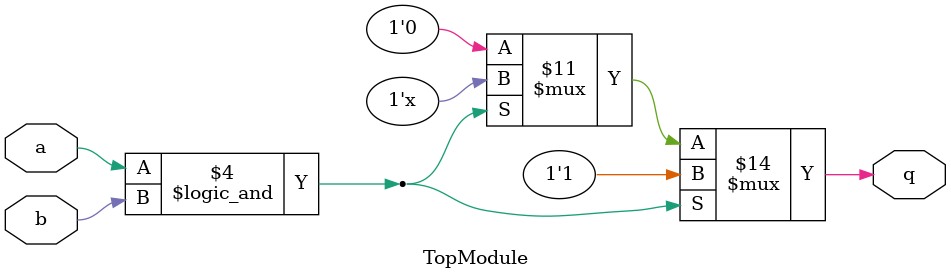
<source format=sv>
module TopModule (
    input logic a,
    input logic b,
    output logic q
);

always @(*) begin
    if (a == 1'b1 && b == 1'b1) 
        q = 1'b1;
    else if (a == 1'b0 && b == 1'b1) 
        q = 1'b0;
    else 
        q = 1'b0;
end

endmodule
</source>
